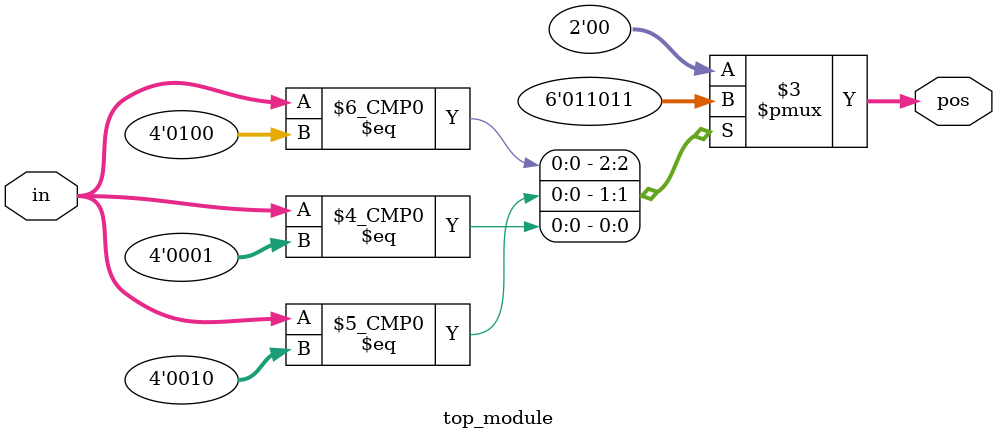
<source format=sv>
module top_module (
    input [3:0] in,
    output reg [1:0] pos
);

always @(*) begin
    case (in)
        4'b1000: pos = 2'd0;
        4'b0100: pos = 2'd1;
        4'b0010: pos = 2'd2;
        4'b0001: pos = 2'd3;
        default: pos = 2'd0;
    endcase
end

endmodule

</source>
